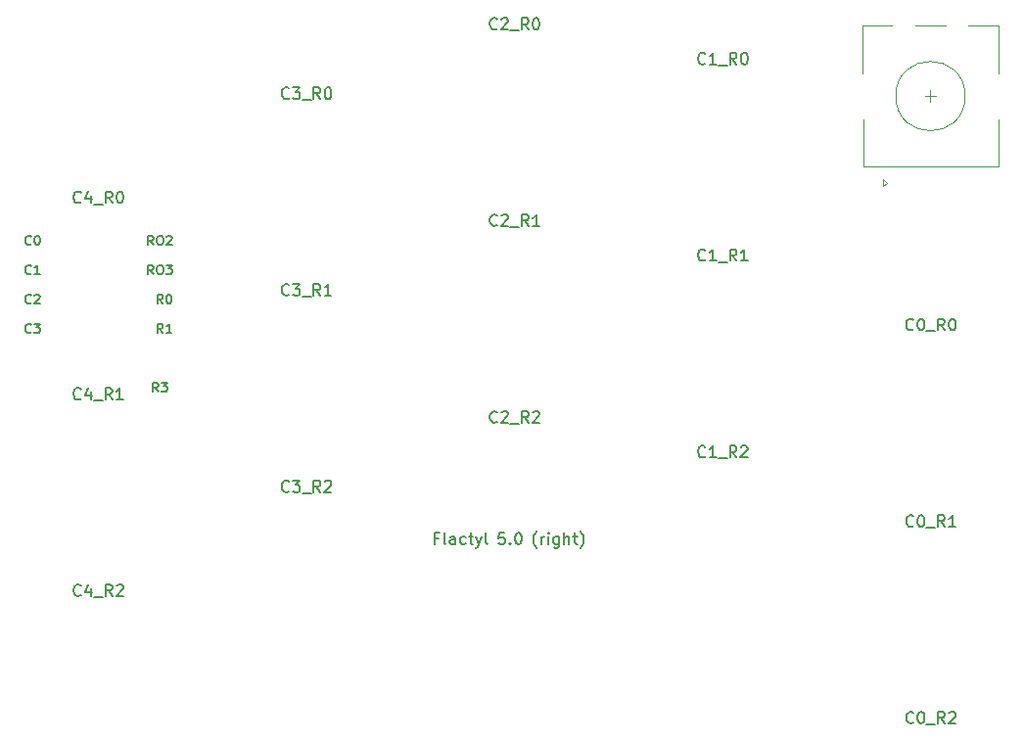
<source format=gbr>
%TF.GenerationSoftware,KiCad,Pcbnew,(7.0.0-0)*%
%TF.CreationDate,2023-06-15T16:08:31+08:00*%
%TF.ProjectId,right,72696768-742e-46b6-9963-61645f706362,v1.0.0*%
%TF.SameCoordinates,Original*%
%TF.FileFunction,Legend,Top*%
%TF.FilePolarity,Positive*%
%FSLAX46Y46*%
G04 Gerber Fmt 4.6, Leading zero omitted, Abs format (unit mm)*
G04 Created by KiCad (PCBNEW (7.0.0-0)) date 2023-06-15 16:08:31*
%MOMM*%
%LPD*%
G01*
G04 APERTURE LIST*
%ADD10C,0.150000*%
%ADD11C,0.120000*%
G04 APERTURE END LIST*
D10*
%TO.C,S1*%
X-1523809Y30727857D02*
X-1571428Y30680238D01*
X-1571428Y30680238D02*
X-1714285Y30632619D01*
X-1714285Y30632619D02*
X-1809523Y30632619D01*
X-1809523Y30632619D02*
X-1952380Y30680238D01*
X-1952380Y30680238D02*
X-2047618Y30775476D01*
X-2047618Y30775476D02*
X-2095237Y30870714D01*
X-2095237Y30870714D02*
X-2142856Y31061190D01*
X-2142856Y31061190D02*
X-2142856Y31204047D01*
X-2142856Y31204047D02*
X-2095237Y31394523D01*
X-2095237Y31394523D02*
X-2047618Y31489761D01*
X-2047618Y31489761D02*
X-1952380Y31585000D01*
X-1952380Y31585000D02*
X-1809523Y31632619D01*
X-1809523Y31632619D02*
X-1714285Y31632619D01*
X-1714285Y31632619D02*
X-1571428Y31585000D01*
X-1571428Y31585000D02*
X-1523809Y31537380D01*
X-666666Y31299285D02*
X-666666Y30632619D01*
X-904761Y31680238D02*
X-1142856Y30965952D01*
X-1142856Y30965952D02*
X-523809Y30965952D01*
X-380952Y30537380D02*
X380952Y30537380D01*
X1190476Y30632619D02*
X857143Y31108809D01*
X619048Y30632619D02*
X619048Y31632619D01*
X619048Y31632619D02*
X1000000Y31632619D01*
X1000000Y31632619D02*
X1095238Y31585000D01*
X1095238Y31585000D02*
X1142857Y31537380D01*
X1142857Y31537380D02*
X1190476Y31442142D01*
X1190476Y31442142D02*
X1190476Y31299285D01*
X1190476Y31299285D02*
X1142857Y31204047D01*
X1142857Y31204047D02*
X1095238Y31156428D01*
X1095238Y31156428D02*
X1000000Y31108809D01*
X1000000Y31108809D02*
X619048Y31108809D01*
X1809524Y31632619D02*
X1904762Y31632619D01*
X1904762Y31632619D02*
X2000000Y31585000D01*
X2000000Y31585000D02*
X2047619Y31537380D01*
X2047619Y31537380D02*
X2095238Y31442142D01*
X2095238Y31442142D02*
X2142857Y31251666D01*
X2142857Y31251666D02*
X2142857Y31013571D01*
X2142857Y31013571D02*
X2095238Y30823095D01*
X2095238Y30823095D02*
X2047619Y30727857D01*
X2047619Y30727857D02*
X2000000Y30680238D01*
X2000000Y30680238D02*
X1904762Y30632619D01*
X1904762Y30632619D02*
X1809524Y30632619D01*
X1809524Y30632619D02*
X1714286Y30680238D01*
X1714286Y30680238D02*
X1666667Y30727857D01*
X1666667Y30727857D02*
X1619048Y30823095D01*
X1619048Y30823095D02*
X1571429Y31013571D01*
X1571429Y31013571D02*
X1571429Y31251666D01*
X1571429Y31251666D02*
X1619048Y31442142D01*
X1619048Y31442142D02*
X1666667Y31537380D01*
X1666667Y31537380D02*
X1714286Y31585000D01*
X1714286Y31585000D02*
X1809524Y31632619D01*
%TO.C,S2*%
X-1523809Y13727857D02*
X-1571428Y13680238D01*
X-1571428Y13680238D02*
X-1714285Y13632619D01*
X-1714285Y13632619D02*
X-1809523Y13632619D01*
X-1809523Y13632619D02*
X-1952380Y13680238D01*
X-1952380Y13680238D02*
X-2047618Y13775476D01*
X-2047618Y13775476D02*
X-2095237Y13870714D01*
X-2095237Y13870714D02*
X-2142856Y14061190D01*
X-2142856Y14061190D02*
X-2142856Y14204047D01*
X-2142856Y14204047D02*
X-2095237Y14394523D01*
X-2095237Y14394523D02*
X-2047618Y14489761D01*
X-2047618Y14489761D02*
X-1952380Y14585000D01*
X-1952380Y14585000D02*
X-1809523Y14632619D01*
X-1809523Y14632619D02*
X-1714285Y14632619D01*
X-1714285Y14632619D02*
X-1571428Y14585000D01*
X-1571428Y14585000D02*
X-1523809Y14537380D01*
X-666666Y14299285D02*
X-666666Y13632619D01*
X-904761Y14680238D02*
X-1142856Y13965952D01*
X-1142856Y13965952D02*
X-523809Y13965952D01*
X-380952Y13537380D02*
X380952Y13537380D01*
X1190476Y13632619D02*
X857143Y14108809D01*
X619048Y13632619D02*
X619048Y14632619D01*
X619048Y14632619D02*
X1000000Y14632619D01*
X1000000Y14632619D02*
X1095238Y14585000D01*
X1095238Y14585000D02*
X1142857Y14537380D01*
X1142857Y14537380D02*
X1190476Y14442142D01*
X1190476Y14442142D02*
X1190476Y14299285D01*
X1190476Y14299285D02*
X1142857Y14204047D01*
X1142857Y14204047D02*
X1095238Y14156428D01*
X1095238Y14156428D02*
X1000000Y14108809D01*
X1000000Y14108809D02*
X619048Y14108809D01*
X2142857Y13632619D02*
X1571429Y13632619D01*
X1857143Y13632619D02*
X1857143Y14632619D01*
X1857143Y14632619D02*
X1761905Y14489761D01*
X1761905Y14489761D02*
X1666667Y14394523D01*
X1666667Y14394523D02*
X1571429Y14346904D01*
%TO.C,MCU1*%
X-5833332Y27092285D02*
X-5871428Y27054190D01*
X-5871428Y27054190D02*
X-5985713Y27016095D01*
X-5985713Y27016095D02*
X-6061904Y27016095D01*
X-6061904Y27016095D02*
X-6176190Y27054190D01*
X-6176190Y27054190D02*
X-6252380Y27130380D01*
X-6252380Y27130380D02*
X-6290475Y27206571D01*
X-6290475Y27206571D02*
X-6328571Y27358952D01*
X-6328571Y27358952D02*
X-6328571Y27473238D01*
X-6328571Y27473238D02*
X-6290475Y27625619D01*
X-6290475Y27625619D02*
X-6252380Y27701809D01*
X-6252380Y27701809D02*
X-6176190Y27778000D01*
X-6176190Y27778000D02*
X-6061904Y27816095D01*
X-6061904Y27816095D02*
X-5985713Y27816095D01*
X-5985713Y27816095D02*
X-5871428Y27778000D01*
X-5871428Y27778000D02*
X-5833332Y27739904D01*
X-5338094Y27816095D02*
X-5261904Y27816095D01*
X-5261904Y27816095D02*
X-5185713Y27778000D01*
X-5185713Y27778000D02*
X-5147618Y27739904D01*
X-5147618Y27739904D02*
X-5109523Y27663714D01*
X-5109523Y27663714D02*
X-5071428Y27511333D01*
X-5071428Y27511333D02*
X-5071428Y27320857D01*
X-5071428Y27320857D02*
X-5109523Y27168476D01*
X-5109523Y27168476D02*
X-5147618Y27092285D01*
X-5147618Y27092285D02*
X-5185713Y27054190D01*
X-5185713Y27054190D02*
X-5261904Y27016095D01*
X-5261904Y27016095D02*
X-5338094Y27016095D01*
X-5338094Y27016095D02*
X-5414285Y27054190D01*
X-5414285Y27054190D02*
X-5452380Y27092285D01*
X-5452380Y27092285D02*
X-5490475Y27168476D01*
X-5490475Y27168476D02*
X-5528571Y27320857D01*
X-5528571Y27320857D02*
X-5528571Y27511333D01*
X-5528571Y27511333D02*
X-5490475Y27663714D01*
X-5490475Y27663714D02*
X-5452380Y27739904D01*
X-5452380Y27739904D02*
X-5414285Y27778000D01*
X-5414285Y27778000D02*
X-5338094Y27816095D01*
X-5833332Y24552285D02*
X-5871428Y24514190D01*
X-5871428Y24514190D02*
X-5985713Y24476095D01*
X-5985713Y24476095D02*
X-6061904Y24476095D01*
X-6061904Y24476095D02*
X-6176190Y24514190D01*
X-6176190Y24514190D02*
X-6252380Y24590380D01*
X-6252380Y24590380D02*
X-6290475Y24666571D01*
X-6290475Y24666571D02*
X-6328571Y24818952D01*
X-6328571Y24818952D02*
X-6328571Y24933238D01*
X-6328571Y24933238D02*
X-6290475Y25085619D01*
X-6290475Y25085619D02*
X-6252380Y25161809D01*
X-6252380Y25161809D02*
X-6176190Y25238000D01*
X-6176190Y25238000D02*
X-6061904Y25276095D01*
X-6061904Y25276095D02*
X-5985713Y25276095D01*
X-5985713Y25276095D02*
X-5871428Y25238000D01*
X-5871428Y25238000D02*
X-5833332Y25199904D01*
X-5071428Y24476095D02*
X-5528571Y24476095D01*
X-5299999Y24476095D02*
X-5299999Y25276095D01*
X-5299999Y25276095D02*
X-5376190Y25161809D01*
X-5376190Y25161809D02*
X-5452380Y25085619D01*
X-5452380Y25085619D02*
X-5528571Y25047523D01*
X-5833332Y22012285D02*
X-5871428Y21974190D01*
X-5871428Y21974190D02*
X-5985713Y21936095D01*
X-5985713Y21936095D02*
X-6061904Y21936095D01*
X-6061904Y21936095D02*
X-6176190Y21974190D01*
X-6176190Y21974190D02*
X-6252380Y22050380D01*
X-6252380Y22050380D02*
X-6290475Y22126571D01*
X-6290475Y22126571D02*
X-6328571Y22278952D01*
X-6328571Y22278952D02*
X-6328571Y22393238D01*
X-6328571Y22393238D02*
X-6290475Y22545619D01*
X-6290475Y22545619D02*
X-6252380Y22621809D01*
X-6252380Y22621809D02*
X-6176190Y22698000D01*
X-6176190Y22698000D02*
X-6061904Y22736095D01*
X-6061904Y22736095D02*
X-5985713Y22736095D01*
X-5985713Y22736095D02*
X-5871428Y22698000D01*
X-5871428Y22698000D02*
X-5833332Y22659904D01*
X-5528571Y22659904D02*
X-5490475Y22698000D01*
X-5490475Y22698000D02*
X-5414285Y22736095D01*
X-5414285Y22736095D02*
X-5223809Y22736095D01*
X-5223809Y22736095D02*
X-5147618Y22698000D01*
X-5147618Y22698000D02*
X-5109523Y22659904D01*
X-5109523Y22659904D02*
X-5071428Y22583714D01*
X-5071428Y22583714D02*
X-5071428Y22507523D01*
X-5071428Y22507523D02*
X-5109523Y22393238D01*
X-5109523Y22393238D02*
X-5566666Y21936095D01*
X-5566666Y21936095D02*
X-5071428Y21936095D01*
X-5833332Y19472285D02*
X-5871428Y19434190D01*
X-5871428Y19434190D02*
X-5985713Y19396095D01*
X-5985713Y19396095D02*
X-6061904Y19396095D01*
X-6061904Y19396095D02*
X-6176190Y19434190D01*
X-6176190Y19434190D02*
X-6252380Y19510380D01*
X-6252380Y19510380D02*
X-6290475Y19586571D01*
X-6290475Y19586571D02*
X-6328571Y19738952D01*
X-6328571Y19738952D02*
X-6328571Y19853238D01*
X-6328571Y19853238D02*
X-6290475Y20005619D01*
X-6290475Y20005619D02*
X-6252380Y20081809D01*
X-6252380Y20081809D02*
X-6176190Y20158000D01*
X-6176190Y20158000D02*
X-6061904Y20196095D01*
X-6061904Y20196095D02*
X-5985713Y20196095D01*
X-5985713Y20196095D02*
X-5871428Y20158000D01*
X-5871428Y20158000D02*
X-5833332Y20119904D01*
X-5566666Y20196095D02*
X-5071428Y20196095D01*
X-5071428Y20196095D02*
X-5338094Y19891333D01*
X-5338094Y19891333D02*
X-5223809Y19891333D01*
X-5223809Y19891333D02*
X-5147618Y19853238D01*
X-5147618Y19853238D02*
X-5109523Y19815142D01*
X-5109523Y19815142D02*
X-5071428Y19738952D01*
X-5071428Y19738952D02*
X-5071428Y19548476D01*
X-5071428Y19548476D02*
X-5109523Y19472285D01*
X-5109523Y19472285D02*
X-5147618Y19434190D01*
X-5147618Y19434190D02*
X-5223809Y19396095D01*
X-5223809Y19396095D02*
X-5452380Y19396095D01*
X-5452380Y19396095D02*
X-5528571Y19434190D01*
X-5528571Y19434190D02*
X-5566666Y19472285D01*
X4747619Y27016095D02*
X4480952Y27397047D01*
X4290476Y27016095D02*
X4290476Y27816095D01*
X4290476Y27816095D02*
X4595238Y27816095D01*
X4595238Y27816095D02*
X4671428Y27778000D01*
X4671428Y27778000D02*
X4709523Y27739904D01*
X4709523Y27739904D02*
X4747619Y27663714D01*
X4747619Y27663714D02*
X4747619Y27549428D01*
X4747619Y27549428D02*
X4709523Y27473238D01*
X4709523Y27473238D02*
X4671428Y27435142D01*
X4671428Y27435142D02*
X4595238Y27397047D01*
X4595238Y27397047D02*
X4290476Y27397047D01*
X5242857Y27816095D02*
X5395238Y27816095D01*
X5395238Y27816095D02*
X5471428Y27778000D01*
X5471428Y27778000D02*
X5547619Y27701809D01*
X5547619Y27701809D02*
X5585714Y27549428D01*
X5585714Y27549428D02*
X5585714Y27282761D01*
X5585714Y27282761D02*
X5547619Y27130380D01*
X5547619Y27130380D02*
X5471428Y27054190D01*
X5471428Y27054190D02*
X5395238Y27016095D01*
X5395238Y27016095D02*
X5242857Y27016095D01*
X5242857Y27016095D02*
X5166666Y27054190D01*
X5166666Y27054190D02*
X5090476Y27130380D01*
X5090476Y27130380D02*
X5052380Y27282761D01*
X5052380Y27282761D02*
X5052380Y27549428D01*
X5052380Y27549428D02*
X5090476Y27701809D01*
X5090476Y27701809D02*
X5166666Y27778000D01*
X5166666Y27778000D02*
X5242857Y27816095D01*
X5890475Y27739904D02*
X5928571Y27778000D01*
X5928571Y27778000D02*
X6004761Y27816095D01*
X6004761Y27816095D02*
X6195237Y27816095D01*
X6195237Y27816095D02*
X6271428Y27778000D01*
X6271428Y27778000D02*
X6309523Y27739904D01*
X6309523Y27739904D02*
X6347618Y27663714D01*
X6347618Y27663714D02*
X6347618Y27587523D01*
X6347618Y27587523D02*
X6309523Y27473238D01*
X6309523Y27473238D02*
X5852380Y27016095D01*
X5852380Y27016095D02*
X6347618Y27016095D01*
X4747619Y24476095D02*
X4480952Y24857047D01*
X4290476Y24476095D02*
X4290476Y25276095D01*
X4290476Y25276095D02*
X4595238Y25276095D01*
X4595238Y25276095D02*
X4671428Y25238000D01*
X4671428Y25238000D02*
X4709523Y25199904D01*
X4709523Y25199904D02*
X4747619Y25123714D01*
X4747619Y25123714D02*
X4747619Y25009428D01*
X4747619Y25009428D02*
X4709523Y24933238D01*
X4709523Y24933238D02*
X4671428Y24895142D01*
X4671428Y24895142D02*
X4595238Y24857047D01*
X4595238Y24857047D02*
X4290476Y24857047D01*
X5242857Y25276095D02*
X5395238Y25276095D01*
X5395238Y25276095D02*
X5471428Y25238000D01*
X5471428Y25238000D02*
X5547619Y25161809D01*
X5547619Y25161809D02*
X5585714Y25009428D01*
X5585714Y25009428D02*
X5585714Y24742761D01*
X5585714Y24742761D02*
X5547619Y24590380D01*
X5547619Y24590380D02*
X5471428Y24514190D01*
X5471428Y24514190D02*
X5395238Y24476095D01*
X5395238Y24476095D02*
X5242857Y24476095D01*
X5242857Y24476095D02*
X5166666Y24514190D01*
X5166666Y24514190D02*
X5090476Y24590380D01*
X5090476Y24590380D02*
X5052380Y24742761D01*
X5052380Y24742761D02*
X5052380Y25009428D01*
X5052380Y25009428D02*
X5090476Y25161809D01*
X5090476Y25161809D02*
X5166666Y25238000D01*
X5166666Y25238000D02*
X5242857Y25276095D01*
X5852380Y25276095D02*
X6347618Y25276095D01*
X6347618Y25276095D02*
X6080952Y24971333D01*
X6080952Y24971333D02*
X6195237Y24971333D01*
X6195237Y24971333D02*
X6271428Y24933238D01*
X6271428Y24933238D02*
X6309523Y24895142D01*
X6309523Y24895142D02*
X6347618Y24818952D01*
X6347618Y24818952D02*
X6347618Y24628476D01*
X6347618Y24628476D02*
X6309523Y24552285D01*
X6309523Y24552285D02*
X6271428Y24514190D01*
X6271428Y24514190D02*
X6195237Y24476095D01*
X6195237Y24476095D02*
X5966666Y24476095D01*
X5966666Y24476095D02*
X5890475Y24514190D01*
X5890475Y24514190D02*
X5852380Y24552285D01*
X5566667Y21936095D02*
X5300000Y22317047D01*
X5109524Y21936095D02*
X5109524Y22736095D01*
X5109524Y22736095D02*
X5414286Y22736095D01*
X5414286Y22736095D02*
X5490476Y22698000D01*
X5490476Y22698000D02*
X5528571Y22659904D01*
X5528571Y22659904D02*
X5566667Y22583714D01*
X5566667Y22583714D02*
X5566667Y22469428D01*
X5566667Y22469428D02*
X5528571Y22393238D01*
X5528571Y22393238D02*
X5490476Y22355142D01*
X5490476Y22355142D02*
X5414286Y22317047D01*
X5414286Y22317047D02*
X5109524Y22317047D01*
X6061905Y22736095D02*
X6138095Y22736095D01*
X6138095Y22736095D02*
X6214286Y22698000D01*
X6214286Y22698000D02*
X6252381Y22659904D01*
X6252381Y22659904D02*
X6290476Y22583714D01*
X6290476Y22583714D02*
X6328571Y22431333D01*
X6328571Y22431333D02*
X6328571Y22240857D01*
X6328571Y22240857D02*
X6290476Y22088476D01*
X6290476Y22088476D02*
X6252381Y22012285D01*
X6252381Y22012285D02*
X6214286Y21974190D01*
X6214286Y21974190D02*
X6138095Y21936095D01*
X6138095Y21936095D02*
X6061905Y21936095D01*
X6061905Y21936095D02*
X5985714Y21974190D01*
X5985714Y21974190D02*
X5947619Y22012285D01*
X5947619Y22012285D02*
X5909524Y22088476D01*
X5909524Y22088476D02*
X5871428Y22240857D01*
X5871428Y22240857D02*
X5871428Y22431333D01*
X5871428Y22431333D02*
X5909524Y22583714D01*
X5909524Y22583714D02*
X5947619Y22659904D01*
X5947619Y22659904D02*
X5985714Y22698000D01*
X5985714Y22698000D02*
X6061905Y22736095D01*
X5566667Y19396095D02*
X5300000Y19777047D01*
X5109524Y19396095D02*
X5109524Y20196095D01*
X5109524Y20196095D02*
X5414286Y20196095D01*
X5414286Y20196095D02*
X5490476Y20158000D01*
X5490476Y20158000D02*
X5528571Y20119904D01*
X5528571Y20119904D02*
X5566667Y20043714D01*
X5566667Y20043714D02*
X5566667Y19929428D01*
X5566667Y19929428D02*
X5528571Y19853238D01*
X5528571Y19853238D02*
X5490476Y19815142D01*
X5490476Y19815142D02*
X5414286Y19777047D01*
X5414286Y19777047D02*
X5109524Y19777047D01*
X6328571Y19396095D02*
X5871428Y19396095D01*
X6100000Y19396095D02*
X6100000Y20196095D01*
X6100000Y20196095D02*
X6023809Y20081809D01*
X6023809Y20081809D02*
X5947619Y20005619D01*
X5947619Y20005619D02*
X5871428Y19967523D01*
X5166667Y14316095D02*
X4900000Y14697047D01*
X4709524Y14316095D02*
X4709524Y15116095D01*
X4709524Y15116095D02*
X5014286Y15116095D01*
X5014286Y15116095D02*
X5090476Y15078000D01*
X5090476Y15078000D02*
X5128571Y15039904D01*
X5128571Y15039904D02*
X5166667Y14963714D01*
X5166667Y14963714D02*
X5166667Y14849428D01*
X5166667Y14849428D02*
X5128571Y14773238D01*
X5128571Y14773238D02*
X5090476Y14735142D01*
X5090476Y14735142D02*
X5014286Y14697047D01*
X5014286Y14697047D02*
X4709524Y14697047D01*
X5433333Y15116095D02*
X5928571Y15116095D01*
X5928571Y15116095D02*
X5661905Y14811333D01*
X5661905Y14811333D02*
X5776190Y14811333D01*
X5776190Y14811333D02*
X5852381Y14773238D01*
X5852381Y14773238D02*
X5890476Y14735142D01*
X5890476Y14735142D02*
X5928571Y14658952D01*
X5928571Y14658952D02*
X5928571Y14468476D01*
X5928571Y14468476D02*
X5890476Y14392285D01*
X5890476Y14392285D02*
X5852381Y14354190D01*
X5852381Y14354190D02*
X5776190Y14316095D01*
X5776190Y14316095D02*
X5547619Y14316095D01*
X5547619Y14316095D02*
X5471428Y14354190D01*
X5471428Y14354190D02*
X5433333Y14392285D01*
%TO.C,JC1*%
%TO.C,T1*%
X29376189Y1656428D02*
X29042856Y1656428D01*
X29042856Y1132619D02*
X29042856Y2132619D01*
X29042856Y2132619D02*
X29519046Y2132619D01*
X30042856Y1132619D02*
X29947618Y1180238D01*
X29947618Y1180238D02*
X29899999Y1275476D01*
X29899999Y1275476D02*
X29899999Y2132619D01*
X30852380Y1132619D02*
X30852380Y1656428D01*
X30852380Y1656428D02*
X30804761Y1751666D01*
X30804761Y1751666D02*
X30709523Y1799285D01*
X30709523Y1799285D02*
X30519047Y1799285D01*
X30519047Y1799285D02*
X30423809Y1751666D01*
X30852380Y1180238D02*
X30757142Y1132619D01*
X30757142Y1132619D02*
X30519047Y1132619D01*
X30519047Y1132619D02*
X30423809Y1180238D01*
X30423809Y1180238D02*
X30376190Y1275476D01*
X30376190Y1275476D02*
X30376190Y1370714D01*
X30376190Y1370714D02*
X30423809Y1465952D01*
X30423809Y1465952D02*
X30519047Y1513571D01*
X30519047Y1513571D02*
X30757142Y1513571D01*
X30757142Y1513571D02*
X30852380Y1561190D01*
X31757142Y1180238D02*
X31661904Y1132619D01*
X31661904Y1132619D02*
X31471428Y1132619D01*
X31471428Y1132619D02*
X31376190Y1180238D01*
X31376190Y1180238D02*
X31328571Y1227857D01*
X31328571Y1227857D02*
X31280952Y1323095D01*
X31280952Y1323095D02*
X31280952Y1608809D01*
X31280952Y1608809D02*
X31328571Y1704047D01*
X31328571Y1704047D02*
X31376190Y1751666D01*
X31376190Y1751666D02*
X31471428Y1799285D01*
X31471428Y1799285D02*
X31661904Y1799285D01*
X31661904Y1799285D02*
X31757142Y1751666D01*
X32042857Y1799285D02*
X32423809Y1799285D01*
X32185714Y2132619D02*
X32185714Y1275476D01*
X32185714Y1275476D02*
X32233333Y1180238D01*
X32233333Y1180238D02*
X32328571Y1132619D01*
X32328571Y1132619D02*
X32423809Y1132619D01*
X32661905Y1799285D02*
X32900000Y1132619D01*
X33138095Y1799285D02*
X32900000Y1132619D01*
X32900000Y1132619D02*
X32804762Y894523D01*
X32804762Y894523D02*
X32757143Y846904D01*
X32757143Y846904D02*
X32661905Y799285D01*
X33661905Y1132619D02*
X33566667Y1180238D01*
X33566667Y1180238D02*
X33519048Y1275476D01*
X33519048Y1275476D02*
X33519048Y2132619D01*
X35119048Y2132619D02*
X34642858Y2132619D01*
X34642858Y2132619D02*
X34595239Y1656428D01*
X34595239Y1656428D02*
X34642858Y1704047D01*
X34642858Y1704047D02*
X34738096Y1751666D01*
X34738096Y1751666D02*
X34976191Y1751666D01*
X34976191Y1751666D02*
X35071429Y1704047D01*
X35071429Y1704047D02*
X35119048Y1656428D01*
X35119048Y1656428D02*
X35166667Y1561190D01*
X35166667Y1561190D02*
X35166667Y1323095D01*
X35166667Y1323095D02*
X35119048Y1227857D01*
X35119048Y1227857D02*
X35071429Y1180238D01*
X35071429Y1180238D02*
X34976191Y1132619D01*
X34976191Y1132619D02*
X34738096Y1132619D01*
X34738096Y1132619D02*
X34642858Y1180238D01*
X34642858Y1180238D02*
X34595239Y1227857D01*
X35595239Y1227857D02*
X35642858Y1180238D01*
X35642858Y1180238D02*
X35595239Y1132619D01*
X35595239Y1132619D02*
X35547620Y1180238D01*
X35547620Y1180238D02*
X35595239Y1227857D01*
X35595239Y1227857D02*
X35595239Y1132619D01*
X36261905Y2132619D02*
X36357143Y2132619D01*
X36357143Y2132619D02*
X36452381Y2085000D01*
X36452381Y2085000D02*
X36500000Y2037380D01*
X36500000Y2037380D02*
X36547619Y1942142D01*
X36547619Y1942142D02*
X36595238Y1751666D01*
X36595238Y1751666D02*
X36595238Y1513571D01*
X36595238Y1513571D02*
X36547619Y1323095D01*
X36547619Y1323095D02*
X36500000Y1227857D01*
X36500000Y1227857D02*
X36452381Y1180238D01*
X36452381Y1180238D02*
X36357143Y1132619D01*
X36357143Y1132619D02*
X36261905Y1132619D01*
X36261905Y1132619D02*
X36166667Y1180238D01*
X36166667Y1180238D02*
X36119048Y1227857D01*
X36119048Y1227857D02*
X36071429Y1323095D01*
X36071429Y1323095D02*
X36023810Y1513571D01*
X36023810Y1513571D02*
X36023810Y1751666D01*
X36023810Y1751666D02*
X36071429Y1942142D01*
X36071429Y1942142D02*
X36119048Y2037380D01*
X36119048Y2037380D02*
X36166667Y2085000D01*
X36166667Y2085000D02*
X36261905Y2132619D01*
X37909524Y751666D02*
X37861905Y799285D01*
X37861905Y799285D02*
X37766667Y942142D01*
X37766667Y942142D02*
X37719048Y1037380D01*
X37719048Y1037380D02*
X37671429Y1180238D01*
X37671429Y1180238D02*
X37623810Y1418333D01*
X37623810Y1418333D02*
X37623810Y1608809D01*
X37623810Y1608809D02*
X37671429Y1846904D01*
X37671429Y1846904D02*
X37719048Y1989761D01*
X37719048Y1989761D02*
X37766667Y2085000D01*
X37766667Y2085000D02*
X37861905Y2227857D01*
X37861905Y2227857D02*
X37909524Y2275476D01*
X38290477Y1132619D02*
X38290477Y1799285D01*
X38290477Y1608809D02*
X38338096Y1704047D01*
X38338096Y1704047D02*
X38385715Y1751666D01*
X38385715Y1751666D02*
X38480953Y1799285D01*
X38480953Y1799285D02*
X38576191Y1799285D01*
X38909525Y1132619D02*
X38909525Y1799285D01*
X38909525Y2132619D02*
X38861906Y2085000D01*
X38861906Y2085000D02*
X38909525Y2037380D01*
X38909525Y2037380D02*
X38957144Y2085000D01*
X38957144Y2085000D02*
X38909525Y2132619D01*
X38909525Y2132619D02*
X38909525Y2037380D01*
X39814286Y1799285D02*
X39814286Y989761D01*
X39814286Y989761D02*
X39766667Y894523D01*
X39766667Y894523D02*
X39719048Y846904D01*
X39719048Y846904D02*
X39623810Y799285D01*
X39623810Y799285D02*
X39480953Y799285D01*
X39480953Y799285D02*
X39385715Y846904D01*
X39814286Y1180238D02*
X39719048Y1132619D01*
X39719048Y1132619D02*
X39528572Y1132619D01*
X39528572Y1132619D02*
X39433334Y1180238D01*
X39433334Y1180238D02*
X39385715Y1227857D01*
X39385715Y1227857D02*
X39338096Y1323095D01*
X39338096Y1323095D02*
X39338096Y1608809D01*
X39338096Y1608809D02*
X39385715Y1704047D01*
X39385715Y1704047D02*
X39433334Y1751666D01*
X39433334Y1751666D02*
X39528572Y1799285D01*
X39528572Y1799285D02*
X39719048Y1799285D01*
X39719048Y1799285D02*
X39814286Y1751666D01*
X40290477Y1132619D02*
X40290477Y2132619D01*
X40719048Y1132619D02*
X40719048Y1656428D01*
X40719048Y1656428D02*
X40671429Y1751666D01*
X40671429Y1751666D02*
X40576191Y1799285D01*
X40576191Y1799285D02*
X40433334Y1799285D01*
X40433334Y1799285D02*
X40338096Y1751666D01*
X40338096Y1751666D02*
X40290477Y1704047D01*
X41052382Y1799285D02*
X41433334Y1799285D01*
X41195239Y2132619D02*
X41195239Y1275476D01*
X41195239Y1275476D02*
X41242858Y1180238D01*
X41242858Y1180238D02*
X41338096Y1132619D01*
X41338096Y1132619D02*
X41433334Y1132619D01*
X41671430Y751666D02*
X41719049Y799285D01*
X41719049Y799285D02*
X41814287Y942142D01*
X41814287Y942142D02*
X41861906Y1037380D01*
X41861906Y1037380D02*
X41909525Y1180238D01*
X41909525Y1180238D02*
X41957144Y1418333D01*
X41957144Y1418333D02*
X41957144Y1608809D01*
X41957144Y1608809D02*
X41909525Y1846904D01*
X41909525Y1846904D02*
X41861906Y1989761D01*
X41861906Y1989761D02*
X41814287Y2085000D01*
X41814287Y2085000D02*
X41719049Y2227857D01*
X41719049Y2227857D02*
X41671430Y2275476D01*
%TO.C,H1*%
%TO.C,H2*%
%TO.C,H3*%
%TO.C,H4*%
%TO.C,H5*%
%TO.C,S3*%
X70476190Y19727857D02*
X70428571Y19680238D01*
X70428571Y19680238D02*
X70285714Y19632619D01*
X70285714Y19632619D02*
X70190476Y19632619D01*
X70190476Y19632619D02*
X70047619Y19680238D01*
X70047619Y19680238D02*
X69952381Y19775476D01*
X69952381Y19775476D02*
X69904762Y19870714D01*
X69904762Y19870714D02*
X69857143Y20061190D01*
X69857143Y20061190D02*
X69857143Y20204047D01*
X69857143Y20204047D02*
X69904762Y20394523D01*
X69904762Y20394523D02*
X69952381Y20489761D01*
X69952381Y20489761D02*
X70047619Y20585000D01*
X70047619Y20585000D02*
X70190476Y20632619D01*
X70190476Y20632619D02*
X70285714Y20632619D01*
X70285714Y20632619D02*
X70428571Y20585000D01*
X70428571Y20585000D02*
X70476190Y20537380D01*
X71095238Y20632619D02*
X71190476Y20632619D01*
X71190476Y20632619D02*
X71285714Y20585000D01*
X71285714Y20585000D02*
X71333333Y20537380D01*
X71333333Y20537380D02*
X71380952Y20442142D01*
X71380952Y20442142D02*
X71428571Y20251666D01*
X71428571Y20251666D02*
X71428571Y20013571D01*
X71428571Y20013571D02*
X71380952Y19823095D01*
X71380952Y19823095D02*
X71333333Y19727857D01*
X71333333Y19727857D02*
X71285714Y19680238D01*
X71285714Y19680238D02*
X71190476Y19632619D01*
X71190476Y19632619D02*
X71095238Y19632619D01*
X71095238Y19632619D02*
X71000000Y19680238D01*
X71000000Y19680238D02*
X70952381Y19727857D01*
X70952381Y19727857D02*
X70904762Y19823095D01*
X70904762Y19823095D02*
X70857143Y20013571D01*
X70857143Y20013571D02*
X70857143Y20251666D01*
X70857143Y20251666D02*
X70904762Y20442142D01*
X70904762Y20442142D02*
X70952381Y20537380D01*
X70952381Y20537380D02*
X71000000Y20585000D01*
X71000000Y20585000D02*
X71095238Y20632619D01*
X71619048Y19537380D02*
X72380952Y19537380D01*
X73190476Y19632619D02*
X72857143Y20108809D01*
X72619048Y19632619D02*
X72619048Y20632619D01*
X72619048Y20632619D02*
X73000000Y20632619D01*
X73000000Y20632619D02*
X73095238Y20585000D01*
X73095238Y20585000D02*
X73142857Y20537380D01*
X73142857Y20537380D02*
X73190476Y20442142D01*
X73190476Y20442142D02*
X73190476Y20299285D01*
X73190476Y20299285D02*
X73142857Y20204047D01*
X73142857Y20204047D02*
X73095238Y20156428D01*
X73095238Y20156428D02*
X73000000Y20108809D01*
X73000000Y20108809D02*
X72619048Y20108809D01*
X73809524Y20632619D02*
X73904762Y20632619D01*
X73904762Y20632619D02*
X74000000Y20585000D01*
X74000000Y20585000D02*
X74047619Y20537380D01*
X74047619Y20537380D02*
X74095238Y20442142D01*
X74095238Y20442142D02*
X74142857Y20251666D01*
X74142857Y20251666D02*
X74142857Y20013571D01*
X74142857Y20013571D02*
X74095238Y19823095D01*
X74095238Y19823095D02*
X74047619Y19727857D01*
X74047619Y19727857D02*
X74000000Y19680238D01*
X74000000Y19680238D02*
X73904762Y19632619D01*
X73904762Y19632619D02*
X73809524Y19632619D01*
X73809524Y19632619D02*
X73714286Y19680238D01*
X73714286Y19680238D02*
X73666667Y19727857D01*
X73666667Y19727857D02*
X73619048Y19823095D01*
X73619048Y19823095D02*
X73571429Y20013571D01*
X73571429Y20013571D02*
X73571429Y20251666D01*
X73571429Y20251666D02*
X73619048Y20442142D01*
X73619048Y20442142D02*
X73666667Y20537380D01*
X73666667Y20537380D02*
X73714286Y20585000D01*
X73714286Y20585000D02*
X73809524Y20632619D01*
%TO.C,S4*%
X70476190Y2727857D02*
X70428571Y2680238D01*
X70428571Y2680238D02*
X70285714Y2632619D01*
X70285714Y2632619D02*
X70190476Y2632619D01*
X70190476Y2632619D02*
X70047619Y2680238D01*
X70047619Y2680238D02*
X69952381Y2775476D01*
X69952381Y2775476D02*
X69904762Y2870714D01*
X69904762Y2870714D02*
X69857143Y3061190D01*
X69857143Y3061190D02*
X69857143Y3204047D01*
X69857143Y3204047D02*
X69904762Y3394523D01*
X69904762Y3394523D02*
X69952381Y3489761D01*
X69952381Y3489761D02*
X70047619Y3585000D01*
X70047619Y3585000D02*
X70190476Y3632619D01*
X70190476Y3632619D02*
X70285714Y3632619D01*
X70285714Y3632619D02*
X70428571Y3585000D01*
X70428571Y3585000D02*
X70476190Y3537380D01*
X71095238Y3632619D02*
X71190476Y3632619D01*
X71190476Y3632619D02*
X71285714Y3585000D01*
X71285714Y3585000D02*
X71333333Y3537380D01*
X71333333Y3537380D02*
X71380952Y3442142D01*
X71380952Y3442142D02*
X71428571Y3251666D01*
X71428571Y3251666D02*
X71428571Y3013571D01*
X71428571Y3013571D02*
X71380952Y2823095D01*
X71380952Y2823095D02*
X71333333Y2727857D01*
X71333333Y2727857D02*
X71285714Y2680238D01*
X71285714Y2680238D02*
X71190476Y2632619D01*
X71190476Y2632619D02*
X71095238Y2632619D01*
X71095238Y2632619D02*
X71000000Y2680238D01*
X71000000Y2680238D02*
X70952381Y2727857D01*
X70952381Y2727857D02*
X70904762Y2823095D01*
X70904762Y2823095D02*
X70857143Y3013571D01*
X70857143Y3013571D02*
X70857143Y3251666D01*
X70857143Y3251666D02*
X70904762Y3442142D01*
X70904762Y3442142D02*
X70952381Y3537380D01*
X70952381Y3537380D02*
X71000000Y3585000D01*
X71000000Y3585000D02*
X71095238Y3632619D01*
X71619048Y2537380D02*
X72380952Y2537380D01*
X73190476Y2632619D02*
X72857143Y3108809D01*
X72619048Y2632619D02*
X72619048Y3632619D01*
X72619048Y3632619D02*
X73000000Y3632619D01*
X73000000Y3632619D02*
X73095238Y3585000D01*
X73095238Y3585000D02*
X73142857Y3537380D01*
X73142857Y3537380D02*
X73190476Y3442142D01*
X73190476Y3442142D02*
X73190476Y3299285D01*
X73190476Y3299285D02*
X73142857Y3204047D01*
X73142857Y3204047D02*
X73095238Y3156428D01*
X73095238Y3156428D02*
X73000000Y3108809D01*
X73000000Y3108809D02*
X72619048Y3108809D01*
X74142857Y2632619D02*
X73571429Y2632619D01*
X73857143Y2632619D02*
X73857143Y3632619D01*
X73857143Y3632619D02*
X73761905Y3489761D01*
X73761905Y3489761D02*
X73666667Y3394523D01*
X73666667Y3394523D02*
X73571429Y3346904D01*
%TO.C,S5*%
X70476190Y-14272142D02*
X70428571Y-14319761D01*
X70428571Y-14319761D02*
X70285714Y-14367380D01*
X70285714Y-14367380D02*
X70190476Y-14367380D01*
X70190476Y-14367380D02*
X70047619Y-14319761D01*
X70047619Y-14319761D02*
X69952381Y-14224523D01*
X69952381Y-14224523D02*
X69904762Y-14129285D01*
X69904762Y-14129285D02*
X69857143Y-13938809D01*
X69857143Y-13938809D02*
X69857143Y-13795952D01*
X69857143Y-13795952D02*
X69904762Y-13605476D01*
X69904762Y-13605476D02*
X69952381Y-13510238D01*
X69952381Y-13510238D02*
X70047619Y-13415000D01*
X70047619Y-13415000D02*
X70190476Y-13367380D01*
X70190476Y-13367380D02*
X70285714Y-13367380D01*
X70285714Y-13367380D02*
X70428571Y-13415000D01*
X70428571Y-13415000D02*
X70476190Y-13462619D01*
X71095238Y-13367380D02*
X71190476Y-13367380D01*
X71190476Y-13367380D02*
X71285714Y-13415000D01*
X71285714Y-13415000D02*
X71333333Y-13462619D01*
X71333333Y-13462619D02*
X71380952Y-13557857D01*
X71380952Y-13557857D02*
X71428571Y-13748333D01*
X71428571Y-13748333D02*
X71428571Y-13986428D01*
X71428571Y-13986428D02*
X71380952Y-14176904D01*
X71380952Y-14176904D02*
X71333333Y-14272142D01*
X71333333Y-14272142D02*
X71285714Y-14319761D01*
X71285714Y-14319761D02*
X71190476Y-14367380D01*
X71190476Y-14367380D02*
X71095238Y-14367380D01*
X71095238Y-14367380D02*
X71000000Y-14319761D01*
X71000000Y-14319761D02*
X70952381Y-14272142D01*
X70952381Y-14272142D02*
X70904762Y-14176904D01*
X70904762Y-14176904D02*
X70857143Y-13986428D01*
X70857143Y-13986428D02*
X70857143Y-13748333D01*
X70857143Y-13748333D02*
X70904762Y-13557857D01*
X70904762Y-13557857D02*
X70952381Y-13462619D01*
X70952381Y-13462619D02*
X71000000Y-13415000D01*
X71000000Y-13415000D02*
X71095238Y-13367380D01*
X71619048Y-14462619D02*
X72380952Y-14462619D01*
X73190476Y-14367380D02*
X72857143Y-13891190D01*
X72619048Y-14367380D02*
X72619048Y-13367380D01*
X72619048Y-13367380D02*
X73000000Y-13367380D01*
X73000000Y-13367380D02*
X73095238Y-13415000D01*
X73095238Y-13415000D02*
X73142857Y-13462619D01*
X73142857Y-13462619D02*
X73190476Y-13557857D01*
X73190476Y-13557857D02*
X73190476Y-13700714D01*
X73190476Y-13700714D02*
X73142857Y-13795952D01*
X73142857Y-13795952D02*
X73095238Y-13843571D01*
X73095238Y-13843571D02*
X73000000Y-13891190D01*
X73000000Y-13891190D02*
X72619048Y-13891190D01*
X73571429Y-13462619D02*
X73619048Y-13415000D01*
X73619048Y-13415000D02*
X73714286Y-13367380D01*
X73714286Y-13367380D02*
X73952381Y-13367380D01*
X73952381Y-13367380D02*
X74047619Y-13415000D01*
X74047619Y-13415000D02*
X74095238Y-13462619D01*
X74095238Y-13462619D02*
X74142857Y-13557857D01*
X74142857Y-13557857D02*
X74142857Y-13653095D01*
X74142857Y-13653095D02*
X74095238Y-13795952D01*
X74095238Y-13795952D02*
X73523810Y-14367380D01*
X73523810Y-14367380D02*
X74142857Y-14367380D01*
%TO.C,S6*%
X52476190Y42727857D02*
X52428571Y42680238D01*
X52428571Y42680238D02*
X52285714Y42632619D01*
X52285714Y42632619D02*
X52190476Y42632619D01*
X52190476Y42632619D02*
X52047619Y42680238D01*
X52047619Y42680238D02*
X51952381Y42775476D01*
X51952381Y42775476D02*
X51904762Y42870714D01*
X51904762Y42870714D02*
X51857143Y43061190D01*
X51857143Y43061190D02*
X51857143Y43204047D01*
X51857143Y43204047D02*
X51904762Y43394523D01*
X51904762Y43394523D02*
X51952381Y43489761D01*
X51952381Y43489761D02*
X52047619Y43585000D01*
X52047619Y43585000D02*
X52190476Y43632619D01*
X52190476Y43632619D02*
X52285714Y43632619D01*
X52285714Y43632619D02*
X52428571Y43585000D01*
X52428571Y43585000D02*
X52476190Y43537380D01*
X53428571Y42632619D02*
X52857143Y42632619D01*
X53142857Y42632619D02*
X53142857Y43632619D01*
X53142857Y43632619D02*
X53047619Y43489761D01*
X53047619Y43489761D02*
X52952381Y43394523D01*
X52952381Y43394523D02*
X52857143Y43346904D01*
X53619048Y42537380D02*
X54380952Y42537380D01*
X55190476Y42632619D02*
X54857143Y43108809D01*
X54619048Y42632619D02*
X54619048Y43632619D01*
X54619048Y43632619D02*
X55000000Y43632619D01*
X55000000Y43632619D02*
X55095238Y43585000D01*
X55095238Y43585000D02*
X55142857Y43537380D01*
X55142857Y43537380D02*
X55190476Y43442142D01*
X55190476Y43442142D02*
X55190476Y43299285D01*
X55190476Y43299285D02*
X55142857Y43204047D01*
X55142857Y43204047D02*
X55095238Y43156428D01*
X55095238Y43156428D02*
X55000000Y43108809D01*
X55000000Y43108809D02*
X54619048Y43108809D01*
X55809524Y43632619D02*
X55904762Y43632619D01*
X55904762Y43632619D02*
X56000000Y43585000D01*
X56000000Y43585000D02*
X56047619Y43537380D01*
X56047619Y43537380D02*
X56095238Y43442142D01*
X56095238Y43442142D02*
X56142857Y43251666D01*
X56142857Y43251666D02*
X56142857Y43013571D01*
X56142857Y43013571D02*
X56095238Y42823095D01*
X56095238Y42823095D02*
X56047619Y42727857D01*
X56047619Y42727857D02*
X56000000Y42680238D01*
X56000000Y42680238D02*
X55904762Y42632619D01*
X55904762Y42632619D02*
X55809524Y42632619D01*
X55809524Y42632619D02*
X55714286Y42680238D01*
X55714286Y42680238D02*
X55666667Y42727857D01*
X55666667Y42727857D02*
X55619048Y42823095D01*
X55619048Y42823095D02*
X55571429Y43013571D01*
X55571429Y43013571D02*
X55571429Y43251666D01*
X55571429Y43251666D02*
X55619048Y43442142D01*
X55619048Y43442142D02*
X55666667Y43537380D01*
X55666667Y43537380D02*
X55714286Y43585000D01*
X55714286Y43585000D02*
X55809524Y43632619D01*
%TO.C,S7*%
X52476190Y25727857D02*
X52428571Y25680238D01*
X52428571Y25680238D02*
X52285714Y25632619D01*
X52285714Y25632619D02*
X52190476Y25632619D01*
X52190476Y25632619D02*
X52047619Y25680238D01*
X52047619Y25680238D02*
X51952381Y25775476D01*
X51952381Y25775476D02*
X51904762Y25870714D01*
X51904762Y25870714D02*
X51857143Y26061190D01*
X51857143Y26061190D02*
X51857143Y26204047D01*
X51857143Y26204047D02*
X51904762Y26394523D01*
X51904762Y26394523D02*
X51952381Y26489761D01*
X51952381Y26489761D02*
X52047619Y26585000D01*
X52047619Y26585000D02*
X52190476Y26632619D01*
X52190476Y26632619D02*
X52285714Y26632619D01*
X52285714Y26632619D02*
X52428571Y26585000D01*
X52428571Y26585000D02*
X52476190Y26537380D01*
X53428571Y25632619D02*
X52857143Y25632619D01*
X53142857Y25632619D02*
X53142857Y26632619D01*
X53142857Y26632619D02*
X53047619Y26489761D01*
X53047619Y26489761D02*
X52952381Y26394523D01*
X52952381Y26394523D02*
X52857143Y26346904D01*
X53619048Y25537380D02*
X54380952Y25537380D01*
X55190476Y25632619D02*
X54857143Y26108809D01*
X54619048Y25632619D02*
X54619048Y26632619D01*
X54619048Y26632619D02*
X55000000Y26632619D01*
X55000000Y26632619D02*
X55095238Y26585000D01*
X55095238Y26585000D02*
X55142857Y26537380D01*
X55142857Y26537380D02*
X55190476Y26442142D01*
X55190476Y26442142D02*
X55190476Y26299285D01*
X55190476Y26299285D02*
X55142857Y26204047D01*
X55142857Y26204047D02*
X55095238Y26156428D01*
X55095238Y26156428D02*
X55000000Y26108809D01*
X55000000Y26108809D02*
X54619048Y26108809D01*
X56142857Y25632619D02*
X55571429Y25632619D01*
X55857143Y25632619D02*
X55857143Y26632619D01*
X55857143Y26632619D02*
X55761905Y26489761D01*
X55761905Y26489761D02*
X55666667Y26394523D01*
X55666667Y26394523D02*
X55571429Y26346904D01*
%TO.C,S8*%
X52476190Y8727857D02*
X52428571Y8680238D01*
X52428571Y8680238D02*
X52285714Y8632619D01*
X52285714Y8632619D02*
X52190476Y8632619D01*
X52190476Y8632619D02*
X52047619Y8680238D01*
X52047619Y8680238D02*
X51952381Y8775476D01*
X51952381Y8775476D02*
X51904762Y8870714D01*
X51904762Y8870714D02*
X51857143Y9061190D01*
X51857143Y9061190D02*
X51857143Y9204047D01*
X51857143Y9204047D02*
X51904762Y9394523D01*
X51904762Y9394523D02*
X51952381Y9489761D01*
X51952381Y9489761D02*
X52047619Y9585000D01*
X52047619Y9585000D02*
X52190476Y9632619D01*
X52190476Y9632619D02*
X52285714Y9632619D01*
X52285714Y9632619D02*
X52428571Y9585000D01*
X52428571Y9585000D02*
X52476190Y9537380D01*
X53428571Y8632619D02*
X52857143Y8632619D01*
X53142857Y8632619D02*
X53142857Y9632619D01*
X53142857Y9632619D02*
X53047619Y9489761D01*
X53047619Y9489761D02*
X52952381Y9394523D01*
X52952381Y9394523D02*
X52857143Y9346904D01*
X53619048Y8537380D02*
X54380952Y8537380D01*
X55190476Y8632619D02*
X54857143Y9108809D01*
X54619048Y8632619D02*
X54619048Y9632619D01*
X54619048Y9632619D02*
X55000000Y9632619D01*
X55000000Y9632619D02*
X55095238Y9585000D01*
X55095238Y9585000D02*
X55142857Y9537380D01*
X55142857Y9537380D02*
X55190476Y9442142D01*
X55190476Y9442142D02*
X55190476Y9299285D01*
X55190476Y9299285D02*
X55142857Y9204047D01*
X55142857Y9204047D02*
X55095238Y9156428D01*
X55095238Y9156428D02*
X55000000Y9108809D01*
X55000000Y9108809D02*
X54619048Y9108809D01*
X55571429Y9537380D02*
X55619048Y9585000D01*
X55619048Y9585000D02*
X55714286Y9632619D01*
X55714286Y9632619D02*
X55952381Y9632619D01*
X55952381Y9632619D02*
X56047619Y9585000D01*
X56047619Y9585000D02*
X56095238Y9537380D01*
X56095238Y9537380D02*
X56142857Y9442142D01*
X56142857Y9442142D02*
X56142857Y9346904D01*
X56142857Y9346904D02*
X56095238Y9204047D01*
X56095238Y9204047D02*
X55523810Y8632619D01*
X55523810Y8632619D02*
X56142857Y8632619D01*
%TO.C,S9*%
X34476190Y45727857D02*
X34428571Y45680238D01*
X34428571Y45680238D02*
X34285714Y45632619D01*
X34285714Y45632619D02*
X34190476Y45632619D01*
X34190476Y45632619D02*
X34047619Y45680238D01*
X34047619Y45680238D02*
X33952381Y45775476D01*
X33952381Y45775476D02*
X33904762Y45870714D01*
X33904762Y45870714D02*
X33857143Y46061190D01*
X33857143Y46061190D02*
X33857143Y46204047D01*
X33857143Y46204047D02*
X33904762Y46394523D01*
X33904762Y46394523D02*
X33952381Y46489761D01*
X33952381Y46489761D02*
X34047619Y46585000D01*
X34047619Y46585000D02*
X34190476Y46632619D01*
X34190476Y46632619D02*
X34285714Y46632619D01*
X34285714Y46632619D02*
X34428571Y46585000D01*
X34428571Y46585000D02*
X34476190Y46537380D01*
X34857143Y46537380D02*
X34904762Y46585000D01*
X34904762Y46585000D02*
X35000000Y46632619D01*
X35000000Y46632619D02*
X35238095Y46632619D01*
X35238095Y46632619D02*
X35333333Y46585000D01*
X35333333Y46585000D02*
X35380952Y46537380D01*
X35380952Y46537380D02*
X35428571Y46442142D01*
X35428571Y46442142D02*
X35428571Y46346904D01*
X35428571Y46346904D02*
X35380952Y46204047D01*
X35380952Y46204047D02*
X34809524Y45632619D01*
X34809524Y45632619D02*
X35428571Y45632619D01*
X35619048Y45537380D02*
X36380952Y45537380D01*
X37190476Y45632619D02*
X36857143Y46108809D01*
X36619048Y45632619D02*
X36619048Y46632619D01*
X36619048Y46632619D02*
X37000000Y46632619D01*
X37000000Y46632619D02*
X37095238Y46585000D01*
X37095238Y46585000D02*
X37142857Y46537380D01*
X37142857Y46537380D02*
X37190476Y46442142D01*
X37190476Y46442142D02*
X37190476Y46299285D01*
X37190476Y46299285D02*
X37142857Y46204047D01*
X37142857Y46204047D02*
X37095238Y46156428D01*
X37095238Y46156428D02*
X37000000Y46108809D01*
X37000000Y46108809D02*
X36619048Y46108809D01*
X37809524Y46632619D02*
X37904762Y46632619D01*
X37904762Y46632619D02*
X38000000Y46585000D01*
X38000000Y46585000D02*
X38047619Y46537380D01*
X38047619Y46537380D02*
X38095238Y46442142D01*
X38095238Y46442142D02*
X38142857Y46251666D01*
X38142857Y46251666D02*
X38142857Y46013571D01*
X38142857Y46013571D02*
X38095238Y45823095D01*
X38095238Y45823095D02*
X38047619Y45727857D01*
X38047619Y45727857D02*
X38000000Y45680238D01*
X38000000Y45680238D02*
X37904762Y45632619D01*
X37904762Y45632619D02*
X37809524Y45632619D01*
X37809524Y45632619D02*
X37714286Y45680238D01*
X37714286Y45680238D02*
X37666667Y45727857D01*
X37666667Y45727857D02*
X37619048Y45823095D01*
X37619048Y45823095D02*
X37571429Y46013571D01*
X37571429Y46013571D02*
X37571429Y46251666D01*
X37571429Y46251666D02*
X37619048Y46442142D01*
X37619048Y46442142D02*
X37666667Y46537380D01*
X37666667Y46537380D02*
X37714286Y46585000D01*
X37714286Y46585000D02*
X37809524Y46632619D01*
%TO.C,S10*%
X34476190Y28727857D02*
X34428571Y28680238D01*
X34428571Y28680238D02*
X34285714Y28632619D01*
X34285714Y28632619D02*
X34190476Y28632619D01*
X34190476Y28632619D02*
X34047619Y28680238D01*
X34047619Y28680238D02*
X33952381Y28775476D01*
X33952381Y28775476D02*
X33904762Y28870714D01*
X33904762Y28870714D02*
X33857143Y29061190D01*
X33857143Y29061190D02*
X33857143Y29204047D01*
X33857143Y29204047D02*
X33904762Y29394523D01*
X33904762Y29394523D02*
X33952381Y29489761D01*
X33952381Y29489761D02*
X34047619Y29585000D01*
X34047619Y29585000D02*
X34190476Y29632619D01*
X34190476Y29632619D02*
X34285714Y29632619D01*
X34285714Y29632619D02*
X34428571Y29585000D01*
X34428571Y29585000D02*
X34476190Y29537380D01*
X34857143Y29537380D02*
X34904762Y29585000D01*
X34904762Y29585000D02*
X35000000Y29632619D01*
X35000000Y29632619D02*
X35238095Y29632619D01*
X35238095Y29632619D02*
X35333333Y29585000D01*
X35333333Y29585000D02*
X35380952Y29537380D01*
X35380952Y29537380D02*
X35428571Y29442142D01*
X35428571Y29442142D02*
X35428571Y29346904D01*
X35428571Y29346904D02*
X35380952Y29204047D01*
X35380952Y29204047D02*
X34809524Y28632619D01*
X34809524Y28632619D02*
X35428571Y28632619D01*
X35619048Y28537380D02*
X36380952Y28537380D01*
X37190476Y28632619D02*
X36857143Y29108809D01*
X36619048Y28632619D02*
X36619048Y29632619D01*
X36619048Y29632619D02*
X37000000Y29632619D01*
X37000000Y29632619D02*
X37095238Y29585000D01*
X37095238Y29585000D02*
X37142857Y29537380D01*
X37142857Y29537380D02*
X37190476Y29442142D01*
X37190476Y29442142D02*
X37190476Y29299285D01*
X37190476Y29299285D02*
X37142857Y29204047D01*
X37142857Y29204047D02*
X37095238Y29156428D01*
X37095238Y29156428D02*
X37000000Y29108809D01*
X37000000Y29108809D02*
X36619048Y29108809D01*
X38142857Y28632619D02*
X37571429Y28632619D01*
X37857143Y28632619D02*
X37857143Y29632619D01*
X37857143Y29632619D02*
X37761905Y29489761D01*
X37761905Y29489761D02*
X37666667Y29394523D01*
X37666667Y29394523D02*
X37571429Y29346904D01*
%TO.C,S11*%
X34476190Y11727857D02*
X34428571Y11680238D01*
X34428571Y11680238D02*
X34285714Y11632619D01*
X34285714Y11632619D02*
X34190476Y11632619D01*
X34190476Y11632619D02*
X34047619Y11680238D01*
X34047619Y11680238D02*
X33952381Y11775476D01*
X33952381Y11775476D02*
X33904762Y11870714D01*
X33904762Y11870714D02*
X33857143Y12061190D01*
X33857143Y12061190D02*
X33857143Y12204047D01*
X33857143Y12204047D02*
X33904762Y12394523D01*
X33904762Y12394523D02*
X33952381Y12489761D01*
X33952381Y12489761D02*
X34047619Y12585000D01*
X34047619Y12585000D02*
X34190476Y12632619D01*
X34190476Y12632619D02*
X34285714Y12632619D01*
X34285714Y12632619D02*
X34428571Y12585000D01*
X34428571Y12585000D02*
X34476190Y12537380D01*
X34857143Y12537380D02*
X34904762Y12585000D01*
X34904762Y12585000D02*
X35000000Y12632619D01*
X35000000Y12632619D02*
X35238095Y12632619D01*
X35238095Y12632619D02*
X35333333Y12585000D01*
X35333333Y12585000D02*
X35380952Y12537380D01*
X35380952Y12537380D02*
X35428571Y12442142D01*
X35428571Y12442142D02*
X35428571Y12346904D01*
X35428571Y12346904D02*
X35380952Y12204047D01*
X35380952Y12204047D02*
X34809524Y11632619D01*
X34809524Y11632619D02*
X35428571Y11632619D01*
X35619048Y11537380D02*
X36380952Y11537380D01*
X37190476Y11632619D02*
X36857143Y12108809D01*
X36619048Y11632619D02*
X36619048Y12632619D01*
X36619048Y12632619D02*
X37000000Y12632619D01*
X37000000Y12632619D02*
X37095238Y12585000D01*
X37095238Y12585000D02*
X37142857Y12537380D01*
X37142857Y12537380D02*
X37190476Y12442142D01*
X37190476Y12442142D02*
X37190476Y12299285D01*
X37190476Y12299285D02*
X37142857Y12204047D01*
X37142857Y12204047D02*
X37095238Y12156428D01*
X37095238Y12156428D02*
X37000000Y12108809D01*
X37000000Y12108809D02*
X36619048Y12108809D01*
X37571429Y12537380D02*
X37619048Y12585000D01*
X37619048Y12585000D02*
X37714286Y12632619D01*
X37714286Y12632619D02*
X37952381Y12632619D01*
X37952381Y12632619D02*
X38047619Y12585000D01*
X38047619Y12585000D02*
X38095238Y12537380D01*
X38095238Y12537380D02*
X38142857Y12442142D01*
X38142857Y12442142D02*
X38142857Y12346904D01*
X38142857Y12346904D02*
X38095238Y12204047D01*
X38095238Y12204047D02*
X37523810Y11632619D01*
X37523810Y11632619D02*
X38142857Y11632619D01*
%TO.C,S12*%
X16476190Y39727857D02*
X16428571Y39680238D01*
X16428571Y39680238D02*
X16285714Y39632619D01*
X16285714Y39632619D02*
X16190476Y39632619D01*
X16190476Y39632619D02*
X16047619Y39680238D01*
X16047619Y39680238D02*
X15952381Y39775476D01*
X15952381Y39775476D02*
X15904762Y39870714D01*
X15904762Y39870714D02*
X15857143Y40061190D01*
X15857143Y40061190D02*
X15857143Y40204047D01*
X15857143Y40204047D02*
X15904762Y40394523D01*
X15904762Y40394523D02*
X15952381Y40489761D01*
X15952381Y40489761D02*
X16047619Y40585000D01*
X16047619Y40585000D02*
X16190476Y40632619D01*
X16190476Y40632619D02*
X16285714Y40632619D01*
X16285714Y40632619D02*
X16428571Y40585000D01*
X16428571Y40585000D02*
X16476190Y40537380D01*
X16809524Y40632619D02*
X17428571Y40632619D01*
X17428571Y40632619D02*
X17095238Y40251666D01*
X17095238Y40251666D02*
X17238095Y40251666D01*
X17238095Y40251666D02*
X17333333Y40204047D01*
X17333333Y40204047D02*
X17380952Y40156428D01*
X17380952Y40156428D02*
X17428571Y40061190D01*
X17428571Y40061190D02*
X17428571Y39823095D01*
X17428571Y39823095D02*
X17380952Y39727857D01*
X17380952Y39727857D02*
X17333333Y39680238D01*
X17333333Y39680238D02*
X17238095Y39632619D01*
X17238095Y39632619D02*
X16952381Y39632619D01*
X16952381Y39632619D02*
X16857143Y39680238D01*
X16857143Y39680238D02*
X16809524Y39727857D01*
X17619048Y39537380D02*
X18380952Y39537380D01*
X19190476Y39632619D02*
X18857143Y40108809D01*
X18619048Y39632619D02*
X18619048Y40632619D01*
X18619048Y40632619D02*
X19000000Y40632619D01*
X19000000Y40632619D02*
X19095238Y40585000D01*
X19095238Y40585000D02*
X19142857Y40537380D01*
X19142857Y40537380D02*
X19190476Y40442142D01*
X19190476Y40442142D02*
X19190476Y40299285D01*
X19190476Y40299285D02*
X19142857Y40204047D01*
X19142857Y40204047D02*
X19095238Y40156428D01*
X19095238Y40156428D02*
X19000000Y40108809D01*
X19000000Y40108809D02*
X18619048Y40108809D01*
X19809524Y40632619D02*
X19904762Y40632619D01*
X19904762Y40632619D02*
X20000000Y40585000D01*
X20000000Y40585000D02*
X20047619Y40537380D01*
X20047619Y40537380D02*
X20095238Y40442142D01*
X20095238Y40442142D02*
X20142857Y40251666D01*
X20142857Y40251666D02*
X20142857Y40013571D01*
X20142857Y40013571D02*
X20095238Y39823095D01*
X20095238Y39823095D02*
X20047619Y39727857D01*
X20047619Y39727857D02*
X20000000Y39680238D01*
X20000000Y39680238D02*
X19904762Y39632619D01*
X19904762Y39632619D02*
X19809524Y39632619D01*
X19809524Y39632619D02*
X19714286Y39680238D01*
X19714286Y39680238D02*
X19666667Y39727857D01*
X19666667Y39727857D02*
X19619048Y39823095D01*
X19619048Y39823095D02*
X19571429Y40013571D01*
X19571429Y40013571D02*
X19571429Y40251666D01*
X19571429Y40251666D02*
X19619048Y40442142D01*
X19619048Y40442142D02*
X19666667Y40537380D01*
X19666667Y40537380D02*
X19714286Y40585000D01*
X19714286Y40585000D02*
X19809524Y40632619D01*
%TO.C,S13*%
X16476190Y22727857D02*
X16428571Y22680238D01*
X16428571Y22680238D02*
X16285714Y22632619D01*
X16285714Y22632619D02*
X16190476Y22632619D01*
X16190476Y22632619D02*
X16047619Y22680238D01*
X16047619Y22680238D02*
X15952381Y22775476D01*
X15952381Y22775476D02*
X15904762Y22870714D01*
X15904762Y22870714D02*
X15857143Y23061190D01*
X15857143Y23061190D02*
X15857143Y23204047D01*
X15857143Y23204047D02*
X15904762Y23394523D01*
X15904762Y23394523D02*
X15952381Y23489761D01*
X15952381Y23489761D02*
X16047619Y23585000D01*
X16047619Y23585000D02*
X16190476Y23632619D01*
X16190476Y23632619D02*
X16285714Y23632619D01*
X16285714Y23632619D02*
X16428571Y23585000D01*
X16428571Y23585000D02*
X16476190Y23537380D01*
X16809524Y23632619D02*
X17428571Y23632619D01*
X17428571Y23632619D02*
X17095238Y23251666D01*
X17095238Y23251666D02*
X17238095Y23251666D01*
X17238095Y23251666D02*
X17333333Y23204047D01*
X17333333Y23204047D02*
X17380952Y23156428D01*
X17380952Y23156428D02*
X17428571Y23061190D01*
X17428571Y23061190D02*
X17428571Y22823095D01*
X17428571Y22823095D02*
X17380952Y22727857D01*
X17380952Y22727857D02*
X17333333Y22680238D01*
X17333333Y22680238D02*
X17238095Y22632619D01*
X17238095Y22632619D02*
X16952381Y22632619D01*
X16952381Y22632619D02*
X16857143Y22680238D01*
X16857143Y22680238D02*
X16809524Y22727857D01*
X17619048Y22537380D02*
X18380952Y22537380D01*
X19190476Y22632619D02*
X18857143Y23108809D01*
X18619048Y22632619D02*
X18619048Y23632619D01*
X18619048Y23632619D02*
X19000000Y23632619D01*
X19000000Y23632619D02*
X19095238Y23585000D01*
X19095238Y23585000D02*
X19142857Y23537380D01*
X19142857Y23537380D02*
X19190476Y23442142D01*
X19190476Y23442142D02*
X19190476Y23299285D01*
X19190476Y23299285D02*
X19142857Y23204047D01*
X19142857Y23204047D02*
X19095238Y23156428D01*
X19095238Y23156428D02*
X19000000Y23108809D01*
X19000000Y23108809D02*
X18619048Y23108809D01*
X20142857Y22632619D02*
X19571429Y22632619D01*
X19857143Y22632619D02*
X19857143Y23632619D01*
X19857143Y23632619D02*
X19761905Y23489761D01*
X19761905Y23489761D02*
X19666667Y23394523D01*
X19666667Y23394523D02*
X19571429Y23346904D01*
%TO.C,S14*%
X16476190Y5727857D02*
X16428571Y5680238D01*
X16428571Y5680238D02*
X16285714Y5632619D01*
X16285714Y5632619D02*
X16190476Y5632619D01*
X16190476Y5632619D02*
X16047619Y5680238D01*
X16047619Y5680238D02*
X15952381Y5775476D01*
X15952381Y5775476D02*
X15904762Y5870714D01*
X15904762Y5870714D02*
X15857143Y6061190D01*
X15857143Y6061190D02*
X15857143Y6204047D01*
X15857143Y6204047D02*
X15904762Y6394523D01*
X15904762Y6394523D02*
X15952381Y6489761D01*
X15952381Y6489761D02*
X16047619Y6585000D01*
X16047619Y6585000D02*
X16190476Y6632619D01*
X16190476Y6632619D02*
X16285714Y6632619D01*
X16285714Y6632619D02*
X16428571Y6585000D01*
X16428571Y6585000D02*
X16476190Y6537380D01*
X16809524Y6632619D02*
X17428571Y6632619D01*
X17428571Y6632619D02*
X17095238Y6251666D01*
X17095238Y6251666D02*
X17238095Y6251666D01*
X17238095Y6251666D02*
X17333333Y6204047D01*
X17333333Y6204047D02*
X17380952Y6156428D01*
X17380952Y6156428D02*
X17428571Y6061190D01*
X17428571Y6061190D02*
X17428571Y5823095D01*
X17428571Y5823095D02*
X17380952Y5727857D01*
X17380952Y5727857D02*
X17333333Y5680238D01*
X17333333Y5680238D02*
X17238095Y5632619D01*
X17238095Y5632619D02*
X16952381Y5632619D01*
X16952381Y5632619D02*
X16857143Y5680238D01*
X16857143Y5680238D02*
X16809524Y5727857D01*
X17619048Y5537380D02*
X18380952Y5537380D01*
X19190476Y5632619D02*
X18857143Y6108809D01*
X18619048Y5632619D02*
X18619048Y6632619D01*
X18619048Y6632619D02*
X19000000Y6632619D01*
X19000000Y6632619D02*
X19095238Y6585000D01*
X19095238Y6585000D02*
X19142857Y6537380D01*
X19142857Y6537380D02*
X19190476Y6442142D01*
X19190476Y6442142D02*
X19190476Y6299285D01*
X19190476Y6299285D02*
X19142857Y6204047D01*
X19142857Y6204047D02*
X19095238Y6156428D01*
X19095238Y6156428D02*
X19000000Y6108809D01*
X19000000Y6108809D02*
X18619048Y6108809D01*
X19571429Y6537380D02*
X19619048Y6585000D01*
X19619048Y6585000D02*
X19714286Y6632619D01*
X19714286Y6632619D02*
X19952381Y6632619D01*
X19952381Y6632619D02*
X20047619Y6585000D01*
X20047619Y6585000D02*
X20095238Y6537380D01*
X20095238Y6537380D02*
X20142857Y6442142D01*
X20142857Y6442142D02*
X20142857Y6346904D01*
X20142857Y6346904D02*
X20095238Y6204047D01*
X20095238Y6204047D02*
X19523810Y5632619D01*
X19523810Y5632619D02*
X20142857Y5632619D01*
%TO.C,S15*%
X-1523809Y-3272142D02*
X-1571428Y-3319761D01*
X-1571428Y-3319761D02*
X-1714285Y-3367380D01*
X-1714285Y-3367380D02*
X-1809523Y-3367380D01*
X-1809523Y-3367380D02*
X-1952380Y-3319761D01*
X-1952380Y-3319761D02*
X-2047618Y-3224523D01*
X-2047618Y-3224523D02*
X-2095237Y-3129285D01*
X-2095237Y-3129285D02*
X-2142856Y-2938809D01*
X-2142856Y-2938809D02*
X-2142856Y-2795952D01*
X-2142856Y-2795952D02*
X-2095237Y-2605476D01*
X-2095237Y-2605476D02*
X-2047618Y-2510238D01*
X-2047618Y-2510238D02*
X-1952380Y-2415000D01*
X-1952380Y-2415000D02*
X-1809523Y-2367380D01*
X-1809523Y-2367380D02*
X-1714285Y-2367380D01*
X-1714285Y-2367380D02*
X-1571428Y-2415000D01*
X-1571428Y-2415000D02*
X-1523809Y-2462619D01*
X-666666Y-2700714D02*
X-666666Y-3367380D01*
X-904761Y-2319761D02*
X-1142856Y-3034047D01*
X-1142856Y-3034047D02*
X-523809Y-3034047D01*
X-380952Y-3462619D02*
X380952Y-3462619D01*
X1190476Y-3367380D02*
X857143Y-2891190D01*
X619048Y-3367380D02*
X619048Y-2367380D01*
X619048Y-2367380D02*
X1000000Y-2367380D01*
X1000000Y-2367380D02*
X1095238Y-2415000D01*
X1095238Y-2415000D02*
X1142857Y-2462619D01*
X1142857Y-2462619D02*
X1190476Y-2557857D01*
X1190476Y-2557857D02*
X1190476Y-2700714D01*
X1190476Y-2700714D02*
X1142857Y-2795952D01*
X1142857Y-2795952D02*
X1095238Y-2843571D01*
X1095238Y-2843571D02*
X1000000Y-2891190D01*
X1000000Y-2891190D02*
X619048Y-2891190D01*
X1571429Y-2462619D02*
X1619048Y-2415000D01*
X1619048Y-2415000D02*
X1714286Y-2367380D01*
X1714286Y-2367380D02*
X1952381Y-2367380D01*
X1952381Y-2367380D02*
X2047619Y-2415000D01*
X2047619Y-2415000D02*
X2095238Y-2462619D01*
X2095238Y-2462619D02*
X2142857Y-2557857D01*
X2142857Y-2557857D02*
X2142857Y-2653095D01*
X2142857Y-2653095D02*
X2095238Y-2795952D01*
X2095238Y-2795952D02*
X1523810Y-3367380D01*
X1523810Y-3367380D02*
X2142857Y-3367380D01*
D11*
%TO.C,ROT1*%
X71960000Y39380000D02*
X71960000Y40380000D01*
X71460000Y39880000D02*
X72460000Y39880000D01*
X75260000Y45980000D02*
X77860000Y45980000D01*
X70660000Y45980000D02*
X73260000Y45980000D01*
X66060000Y45980000D02*
X68660000Y45980000D01*
X67860000Y32680000D02*
X68160000Y32380000D01*
X67860000Y32080000D02*
X67860000Y32680000D01*
X68160000Y32380000D02*
X67860000Y32080000D01*
X66160000Y33780000D02*
X77860000Y33780000D01*
X66160000Y37880000D02*
X66160000Y33780000D01*
X77860000Y37880000D02*
X77860000Y33780000D01*
X77860000Y45980000D02*
X77860000Y41880000D01*
X66060000Y41880000D02*
X66060000Y45980000D01*
X74960000Y39880000D02*
G75*
G03*
X74960000Y39880000I-3000000J0D01*
G01*
%TD*%
M02*

</source>
